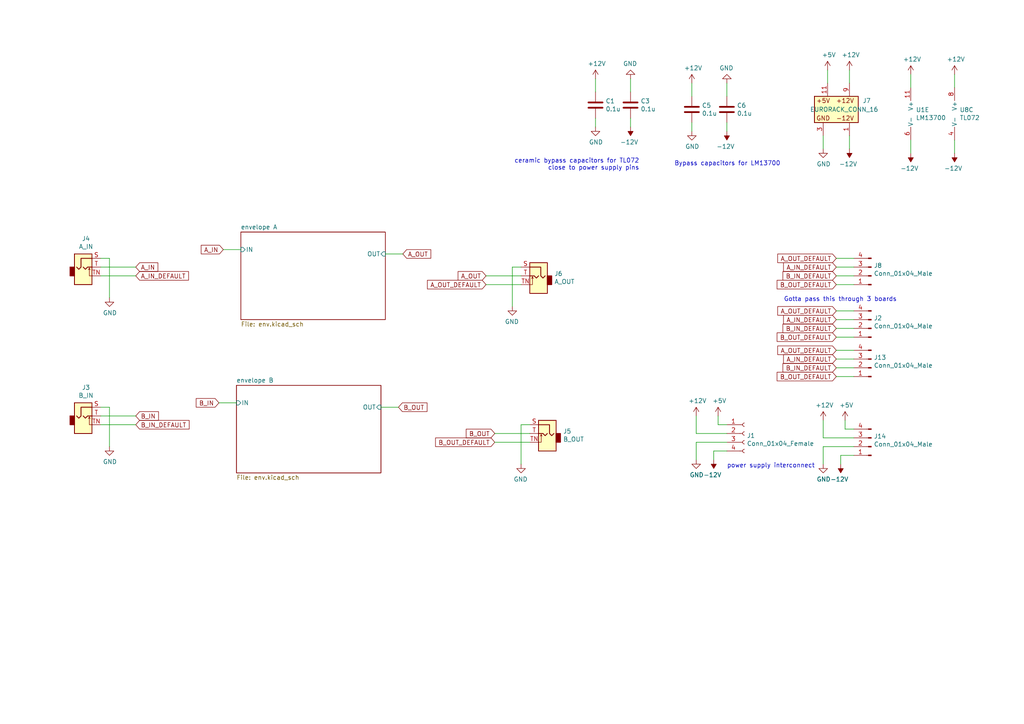
<source format=kicad_sch>
(kicad_sch (version 20211123) (generator eeschema)
  (paper "A4")
  (title_block (title "ADSR") (company "rabid.audio"))
  (lib_symbols
    (symbol "Amplifier_Operational:LM13700" (pin_names (offset 0.127))
      (property "Reference" "U" (at 3.81 5.08 0))
      (property "Value" "LM13700" (at 5.08 -5.08 0))
      (symbol "LM13700_1_1"
        (polyline (pts (xy 3.81 -0.635) (xy 3.81 -2.54) (xy 5.08 -2.54)))
        (polyline (pts (xy 5.08 0) (xy -5.08 -5.08) (xy -5.08 5.08) (xy 5.08 0)) (stroke (width 0.254)) (fill (type background)))
        (pin output line (at 7.62 0 180) (length 2.54) (name "~") (number "12"))
        (pin input line (at -7.62 2.54 0) (length 2.54) (name "-") (number "13"))
        (pin input line (at -7.62 -2.54 0) (length 2.54) (name "+") (number "14"))
        (pin input line (at -7.62 0 0) (length 2.54) (name "DIODE_BIAS") (number "15"))
        (pin input line (at 7.62 -2.54 180) (length 2.54) (name "~") (number "16"))
      )
      (symbol "LM13700_2_0"
        (polyline (pts (xy -1.905 2.54) (xy -3.175 2.54)))
      )
      (symbol "LM13700_2_1"
        (circle (center -2.54 1.905) (radius 0.254) (stroke (width 0.254)) (fill (type outline)))
        (polyline (pts (xy -3.81 -0.635) (xy -2.54 -1.27)))
        (polyline (pts (xy -3.81 1.27) (xy -3.81 -1.27)))
        (polyline (pts (xy -2.54 -1.905) (xy -1.27 -2.54)))
        (polyline (pts (xy -2.54 0) (xy -2.54 -2.54)))
        (polyline (pts (xy -3.81 0.635) (xy -2.54 1.27) (xy -2.54 1.905) (xy -2.54 2.54)))
        (polyline (pts (xy -2.54 -1.27) (xy -3.175 -0.635) (xy -3.175 -1.27) (xy -2.54 -1.27)) (fill (type outline)))
        (polyline (pts (xy -2.54 -0.635) (xy -1.27 0) (xy -1.27 1.905) (xy -2.54 1.905)))
        (polyline (pts (xy -1.27 -2.54) (xy -1.905 -1.905) (xy -1.905 -2.54) (xy -1.27 -2.54)) (fill (type outline)))
        (text "V+" (at -2.54 3.81 0) (effects (font (size 1.27 1.27))))
        (pin input line (at -7.62 0 0) (length 3.81) (name "~") (number "10"))
        (pin output line (at 2.54 -2.54 180) (length 3.81) (name "~") (number "9"))
      )
      (symbol "LM13700_3_1"
        (polyline (pts (xy 3.81 -0.635) (xy 3.81 -2.54) (xy 5.08 -2.54)))
        (polyline (pts (xy 5.08 0) (xy -5.08 -5.08) (xy -5.08 5.08) (xy 5.08 0)) (stroke (width 0.254)) (fill (type background)))
        (pin input line (at 7.62 -2.54 180) (length 2.54) (name "~") (number "1"))
        (pin input line (at -7.62 0 0) (length 2.54) (name "DIODE_BIAS") (number "2"))
        (pin input line (at -7.62 -2.54 0) (length 2.54) (name "+") (number "3"))
        (pin input line (at -7.62 2.54 0) (length 2.54) (name "-") (number "4"))
        (pin output line (at 7.62 0 180) (length 2.54) (name "~") (number "5"))
      )
      (symbol "LM13700_4_0"
        (polyline (pts (xy -3.175 2.54) (xy -1.905 2.54)))
        (text "V+" (at -2.54 3.81 0) (effects (font (size 1.27 1.27))))
      )
      (symbol "LM13700_4_1"
        (circle (center -2.54 1.905) (radius 0.254) (stroke (width 0.254)) (fill (type outline)))
        (polyline (pts (xy -3.81 -0.635) (xy -2.54 -1.27)))
        (polyline (pts (xy -3.81 1.27) (xy -3.81 -1.27)))
        (polyline (pts (xy -2.54 -1.905) (xy -1.27 -2.54)))
        (polyline (pts (xy -2.54 0) (xy -2.54 -2.54)))
        (polyline (pts (xy -3.81 0.635) (xy -2.54 1.27) (xy -2.54 2.54)))
        (polyline (pts (xy -2.54 -1.27) (xy -3.175 -0.635) (xy -3.175 -1.27) (xy -2.54 -1.27)) (fill (type outline)))
        (polyline (pts (xy -2.54 -0.635) (xy -1.27 0) (xy -1.27 1.905) (xy -2.54 1.905)))
        (polyline (pts (xy -1.27 -2.54) (xy -1.905 -1.905) (xy -1.905 -2.54) (xy -1.27 -2.54)) (fill (type outline)))
        (pin input line (at -7.62 0 0) (length 3.81) (name "~") (number "7"))
        (pin output line (at 2.54 -2.54 180) (length 3.81) (name "~") (number "8"))
      )
      (symbol "LM13700_5_1"
        (pin power_in line (at -2.54 7.62 270) (length 3.81) (name "V+") (number "11"))
        (pin power_in line (at -2.54 -7.62 90) (length 3.81) (name "V-") (number "6"))
      )
    )
    (symbol "Amplifier_Operational:TL072" (pin_names (offset 0.127))
      (property "Reference" "U" (at 0 5.08 0))
      (property "Value" "TL072" (at 0 -5.08 0))
      (symbol "TL072_1_1"
        (polyline (pts (xy -5.08 5.08) (xy 5.08 0) (xy -5.08 -5.08) (xy -5.08 5.08)) (stroke (width 0.254)) (fill (type background)))
        (pin output line (at 7.62 0 180) (length 2.54) (name "~") (number "1"))
        (pin input line (at -7.62 -2.54 0) (length 2.54) (name "-") (number "2"))
        (pin input line (at -7.62 2.54 0) (length 2.54) (name "+") (number "3"))
      )
      (symbol "TL072_2_1"
        (polyline (pts (xy -5.08 5.08) (xy 5.08 0) (xy -5.08 -5.08) (xy -5.08 5.08)) (stroke (width 0.254)) (fill (type background)))
        (pin input line (at -7.62 2.54 0) (length 2.54) (name "+") (number "5"))
        (pin input line (at -7.62 -2.54 0) (length 2.54) (name "-") (number "6"))
        (pin output line (at 7.62 0 180) (length 2.54) (name "~") (number "7"))
      )
      (symbol "TL072_3_1"
        (pin power_in line (at -2.54 -7.62 90) (length 3.81) (name "V-") (number "4"))
        (pin power_in line (at -2.54 7.62 270) (length 3.81) (name "V+") (number "8"))
      )
    )
    (symbol "Connector:AudioJack2_SwitchT"
      (property "Reference" "J" (at 0 8.89 0))
      (property "Value" "AudioJack2_SwitchT" (at 0 6.35 0))
      (symbol "AudioJack2_SwitchT_0_1"
        (rectangle (start -2.54 0) (end -3.81 -2.54) (stroke (width 0.254)) (fill (type outline)))
        (polyline (pts (xy 1.778 -0.254) (xy 2.032 -0.762)))
        (polyline (pts (xy 0 0) (xy 0.635 -0.635) (xy 1.27 0) (xy 2.54 0)) (stroke (width 0.254)))
        (polyline (pts (xy 2.54 -2.54) (xy 1.778 -2.54) (xy 1.778 -0.254) (xy 1.524 -0.762)))
        (polyline (pts (xy 2.54 2.54) (xy -0.635 2.54) (xy -0.635 0) (xy -1.27 -0.635) (xy -1.905 0)) (stroke (width 0.254)))
        (rectangle (start 2.54 3.81) (end -2.54 -5.08) (stroke (width 0.254)) (fill (type background)))
      )
      (symbol "AudioJack2_SwitchT_1_1"
        (pin passive line (at 5.08 2.54 180) (length 2.54) (name "~") (number "S"))
        (pin passive line (at 5.08 0 180) (length 2.54) (name "~") (number "T"))
        (pin passive line (at 5.08 -2.54 180) (length 2.54) (name "~") (number "TN"))
      )
    )
    (symbol "Connector:Conn_01x04_Female" (pin_names (offset 1.016) hide)
      (property "Reference" "J" (at 0 5.08 0))
      (property "Value" "Conn_01x04_Female" (at 0 -7.62 0))
      (symbol "Conn_01x04_Female_1_1"
        (arc (start 0 -4.572) (mid -0.508 -5.08) (end 0 -5.588) (stroke (width 0.1524)))
        (arc (start 0 -2.032) (mid -0.508 -2.54) (end 0 -3.048) (stroke (width 0.1524)))
        (polyline (pts (xy -1.27 -5.08) (xy -0.508 -5.08)) (stroke (width 0.1524)))
        (polyline (pts (xy -1.27 -2.54) (xy -0.508 -2.54)) (stroke (width 0.1524)))
        (polyline (pts (xy -1.27 0) (xy -0.508 0)) (stroke (width 0.1524)))
        (polyline (pts (xy -1.27 2.54) (xy -0.508 2.54)) (stroke (width 0.1524)))
        (arc (start 0 0.508) (mid -0.508 0) (end 0 -0.508) (stroke (width 0.1524)))
        (arc (start 0 3.048) (mid -0.508 2.54) (end 0 2.032) (stroke (width 0.1524)))
        (pin passive line (at -5.08 2.54 0) (length 3.81) (name "Pin_1") (number "1"))
        (pin passive line (at -5.08 0 0) (length 3.81) (name "Pin_2") (number "2"))
        (pin passive line (at -5.08 -2.54 0) (length 3.81) (name "Pin_3") (number "3"))
        (pin passive line (at -5.08 -5.08 0) (length 3.81) (name "Pin_4") (number "4"))
      )
    )
    (symbol "Connector:Conn_01x04_Male" (pin_names (offset 1.016) hide)
      (property "Reference" "J" (at 0 5.08 0))
      (property "Value" "Conn_01x04_Male" (at 0 -7.62 0))
      (symbol "Conn_01x04_Male_1_1"
        (polyline (pts (xy 1.27 -5.08) (xy 0.8636 -5.08)) (stroke (width 0.1524)))
        (polyline (pts (xy 1.27 -2.54) (xy 0.8636 -2.54)) (stroke (width 0.1524)))
        (polyline (pts (xy 1.27 0) (xy 0.8636 0)) (stroke (width 0.1524)))
        (polyline (pts (xy 1.27 2.54) (xy 0.8636 2.54)) (stroke (width 0.1524)))
        (rectangle (start 0.8636 -4.953) (end 0 -5.207) (stroke (width 0.1524)) (fill (type outline)))
        (rectangle (start 0.8636 -2.413) (end 0 -2.667) (stroke (width 0.1524)) (fill (type outline)))
        (rectangle (start 0.8636 0.127) (end 0 -0.127) (stroke (width 0.1524)) (fill (type outline)))
        (rectangle (start 0.8636 2.667) (end 0 2.413) (stroke (width 0.1524)) (fill (type outline)))
        (pin passive line (at 5.08 2.54 180) (length 3.81) (name "Pin_1") (number "1"))
        (pin passive line (at 5.08 0 180) (length 3.81) (name "Pin_2") (number "2"))
        (pin passive line (at 5.08 -2.54 180) (length 3.81) (name "Pin_3") (number "3"))
        (pin passive line (at 5.08 -5.08 180) (length 3.81) (name "Pin_4") (number "4"))
      )
    )
    (symbol "Device:C" (pin_numbers hide) (pin_names (offset 0.254))
      (property "Reference" "C" (at 0.635 2.54 0))
      (property "Value" "C" (at 0.635 -2.54 0))
      (symbol "C_0_1"
        (polyline (pts (xy -2.032 -0.762) (xy 2.032 -0.762)) (stroke (width 0.508)))
        (polyline (pts (xy -2.032 0.762) (xy 2.032 0.762)) (stroke (width 0.508)))
      )
      (symbol "C_1_1"
        (pin passive line (at 0 3.81 270) (length 2.794) (name "~") (number "1"))
        (pin passive line (at 0 -3.81 90) (length 2.794) (name "~") (number "2"))
      )
    )
    (symbol "power:+12V" (power) (pin_names (offset 0))
      (property "Value" "+12V" (at 0 3.556 0))
      (symbol "+12V_0_1"
        (polyline (pts (xy -0.762 1.27) (xy 0 2.54)))
        (polyline (pts (xy 0 0) (xy 0 2.54)))
        (polyline (pts (xy 0 2.54) (xy 0.762 1.27)))
      )
      (symbol "+12V_1_1"
        (pin power_in line (at 0 0 90) (length 0) hide (name "+12V") (number "1"))
      )
    )
    (symbol "power:+5V" (power) (pin_names (offset 0))
      (property "Value" "+5V" (at 0 3.556 0))
      (symbol "+5V_0_1"
        (polyline (pts (xy -0.762 1.27) (xy 0 2.54)))
        (polyline (pts (xy 0 0) (xy 0 2.54)))
        (polyline (pts (xy 0 2.54) (xy 0.762 1.27)))
      )
      (symbol "+5V_1_1"
        (pin power_in line (at 0 0 90) (length 0) hide (name "+5V") (number "1"))
      )
    )
    (symbol "power:-12V" (power) (pin_names (offset 0))
      (property "Value" "-12V" (at 0 3.81 0))
      (symbol "-12V_0_0"
        (pin power_in line (at 0 0 90) (length 0) hide (name "-12V") (number "1"))
      )
      (symbol "-12V_0_1"
        (polyline (pts (xy 0 0) (xy 0 1.27) (xy 0.762 1.27) (xy 0 2.54) (xy -0.762 1.27) (xy 0 1.27)) (fill (type outline)))
      )
    )
    (symbol "power:GND" (power) (pin_names (offset 0))
      (property "Value" "GND" (at 0 -3.81 0))
      (symbol "GND_0_1"
        (polyline (pts (xy 0 0) (xy 0 -1.27) (xy 1.27 -1.27) (xy 0 -2.54) (xy -1.27 -1.27) (xy 0 -1.27)))
      )
      (symbol "GND_1_1"
        (pin power_in line (at 0 0 270) (length 0) hide (name "GND") (number "1"))
      )
    )
    (symbol "synth:EURORACK_CONN_16" (pin_names (offset 1.016) hide)
      (property "Reference" "J" (at -11.43 3.81 0))
      (property "Value" "EURORACK_CONN_16" (at -1.27 -1.27 0))
      (symbol "EURORACK_CONN_16_0_0"
        (text "+12V" (at -2.54 1.27 0) (effects (font (size 1.27 1.27))))
        (text "+5V" (at -8.89 1.27 0) (effects (font (size 1.27 1.27))))
        (text "-12V" (at -2.54 -3.81 0) (effects (font (size 1.27 1.27))))
        (text "GND" (at -8.89 -3.81 0) (effects (font (size 1.27 1.27))))
      )
      (symbol "EURORACK_CONN_16_1_1"
        (rectangle (start 1.27 2.54) (end -11.43 -5.08) (stroke (width 0.254)) (fill (type background)))
        (pin power_out line (at -1.27 -8.89 90) (length 3.81) (name "12V_N") (number "1"))
        (pin power_out line (at -7.62 6.35 270) (length 3.81) (name "5V") (number "11"))
        (pin no_connect line (at -15.24 -2.54 0) (length 3.81) hide (name "CV") (number "13"))
        (pin no_connect line (at -15.24 0 0) (length 3.81) hide (name "GATE") (number "15"))
        (pin power_out line (at -8.89 -8.89 90) (length 3.81) (name "GND") (number "3"))
        (pin power_out line (at -1.27 6.35 270) (length 3.81) (name "12V_P") (number "9"))
      )
    )
  )
  (wire (pts (xy 247.65 74.93) (xy 242.57 74.93)))
  (wire (pts (xy 148.59 77.47) (xy 148.59 88.9)))
  (wire (pts (xy 39.37 80.01) (xy 29.21 80.01)))
  (wire (pts (xy 247.65 80.01) (xy 242.57 80.01)))
  (wire (pts (xy 210.82 38.1) (xy 210.82 35.56)))
  (wire (pts (xy 207.01 130.81) (xy 210.82 130.81)))
  (wire (pts (xy 276.86 25.4) (xy 276.86 21.59)))
  (wire (pts (xy 143.51 128.27) (xy 153.67 128.27)))
  (wire (pts (xy 182.88 36.83) (xy 182.88 34.29)))
  (wire (pts (xy 276.86 44.45) (xy 276.86 40.64)))
  (wire (pts (xy 200.66 38.1) (xy 200.66 35.56)))
  (wire (pts (xy 247.65 95.25) (xy 242.57 95.25)))
  (wire (pts (xy 39.37 120.65) (xy 29.21 120.65)))
  (wire (pts (xy 201.93 128.27) (xy 210.82 128.27)))
  (wire (pts (xy 182.88 26.67) (xy 182.88 22.86)))
  (wire (pts (xy 200.66 27.94) (xy 200.66 24.13)))
  (wire (pts (xy 115.57 118.11) (xy 110.49 118.11)))
  (wire (pts (xy 153.67 123.19) (xy 151.13 123.19)))
  (wire (pts (xy 172.72 26.67) (xy 172.72 22.86)))
  (wire (pts (xy 207.01 133.35) (xy 207.01 130.81)))
  (wire (pts (xy 201.93 133.35) (xy 201.93 128.27)))
  (wire (pts (xy 247.65 101.6) (xy 242.57 101.6)))
  (wire (pts (xy 245.11 124.46) (xy 247.65 124.46)))
  (wire (pts (xy 246.38 39.37) (xy 246.38 43.18)))
  (wire (pts (xy 243.84 134.62) (xy 243.84 132.08)))
  (wire (pts (xy 264.16 44.45) (xy 264.16 40.64)))
  (wire (pts (xy 242.57 97.79) (xy 247.65 97.79)))
  (wire (pts (xy 201.93 125.73) (xy 201.93 120.65)))
  (wire (pts (xy 242.57 109.22) (xy 247.65 109.22)))
  (wire (pts (xy 151.13 123.19) (xy 151.13 134.62)))
  (wire (pts (xy 246.38 20.32) (xy 246.38 24.13)))
  (wire (pts (xy 140.97 82.55) (xy 151.13 82.55)))
  (wire (pts (xy 31.75 74.93) (xy 31.75 86.36)))
  (wire (pts (xy 39.37 123.19) (xy 29.21 123.19)))
  (wire (pts (xy 243.84 132.08) (xy 247.65 132.08)))
  (wire (pts (xy 143.51 125.73) (xy 153.67 125.73)))
  (wire (pts (xy 238.76 134.62) (xy 238.76 129.54)))
  (wire (pts (xy 240.03 20.32) (xy 240.03 24.13)))
  (wire (pts (xy 64.77 72.39) (xy 69.85 72.39)))
  (wire (pts (xy 238.76 39.37) (xy 238.76 43.18)))
  (wire (pts (xy 208.28 120.65) (xy 208.28 123.19)))
  (wire (pts (xy 31.75 118.11) (xy 31.75 129.54)))
  (wire (pts (xy 210.82 125.73) (xy 201.93 125.73)))
  (wire (pts (xy 242.57 77.47) (xy 247.65 77.47)))
  (wire (pts (xy 245.11 121.92) (xy 245.11 124.46)))
  (wire (pts (xy 247.65 106.68) (xy 242.57 106.68)))
  (wire (pts (xy 39.37 77.47) (xy 29.21 77.47)))
  (wire (pts (xy 238.76 129.54) (xy 247.65 129.54)))
  (wire (pts (xy 238.76 127) (xy 238.76 121.92)))
  (wire (pts (xy 247.65 90.17) (xy 242.57 90.17)))
  (wire (pts (xy 208.28 123.19) (xy 210.82 123.19)))
  (wire (pts (xy 242.57 104.14) (xy 247.65 104.14)))
  (wire (pts (xy 29.21 74.93) (xy 31.75 74.93)))
  (wire (pts (xy 242.57 92.71) (xy 247.65 92.71)))
  (wire (pts (xy 116.84 73.66) (xy 111.76 73.66)))
  (wire (pts (xy 242.57 82.55) (xy 247.65 82.55)))
  (wire (pts (xy 151.13 77.47) (xy 148.59 77.47)))
  (wire (pts (xy 29.21 118.11) (xy 31.75 118.11)))
  (wire (pts (xy 172.72 36.83) (xy 172.72 34.29)))
  (wire (pts (xy 264.16 25.4) (xy 264.16 21.59)))
  (wire (pts (xy 210.82 27.94) (xy 210.82 24.13)))
  (wire (pts (xy 140.97 80.01) (xy 151.13 80.01)))
  (wire (pts (xy 247.65 127) (xy 238.76 127)))
  (wire (pts (xy 63.5 116.84) (xy 68.58 116.84)))
  (text "Gotta pass this through 3 boards" (at 227.33 87.63 0) (effects (font (size 1.27 1.27)) (justify left bottom)))
  (text "Bypass capacitors for LM13700" (at 195.58 48.26 0) (effects (font (size 1.27 1.27)) (justify left bottom)))
  (text "power supply interconnect" (at 210.82 135.89 0) (effects (font (size 1.27 1.27)) (justify left bottom)))
  (text "ceramic bypass capacitors for TL072\nclose to power supply pins" (at 185.42 49.53 180) (effects (font (size 1.27 1.27)) (justify right bottom)))
  (global_label "B_IN_DEFAULT" (shape input) (at 242.57 80.01 180) (property "Intersheet References" "${INTERSHEET_REFS}" (effects hide)))
  (global_label "B_IN" (shape input) (at 39.37 120.65 0) (property "Intersheet References" "${INTERSHEET_REFS}" (effects hide)))
  (global_label "A_OUT_DEFAULT" (shape input) (at 140.97 82.55 180) (property "Intersheet References" "${INTERSHEET_REFS}" (effects hide)))
  (global_label "B_OUT" (shape input) (at 115.57 118.11 0) (property "Intersheet References" "${INTERSHEET_REFS}" (effects hide)))
  (global_label "B_OUT_DEFAULT" (shape input) (at 143.51 128.27 180) (property "Intersheet References" "${INTERSHEET_REFS}" (effects hide)))
  (global_label "B_OUT" (shape input) (at 143.51 125.73 180) (property "Intersheet References" "${INTERSHEET_REFS}" (effects hide)))
  (global_label "A_IN_DEFAULT" (shape input) (at 242.57 104.14 180) (property "Intersheet References" "${INTERSHEET_REFS}" (effects hide)))
  (global_label "A_IN" (shape input) (at 39.37 77.47 0) (property "Intersheet References" "${INTERSHEET_REFS}" (effects hide)))
  (global_label "A_IN" (shape input) (at 64.77 72.39 180) (property "Intersheet References" "${INTERSHEET_REFS}" (effects hide)))
  (global_label "A_OUT" (shape input) (at 116.84 73.66 0) (property "Intersheet References" "${INTERSHEET_REFS}" (effects hide)))
  (global_label "B_IN_DEFAULT" (shape input) (at 39.37 123.19 0) (property "Intersheet References" "${INTERSHEET_REFS}" (effects hide)))
  (global_label "B_IN_DEFAULT" (shape input) (at 242.57 95.25 180) (property "Intersheet References" "${INTERSHEET_REFS}" (effects hide)))
  (global_label "A_IN_DEFAULT" (shape input) (at 242.57 92.71 180) (property "Intersheet References" "${INTERSHEET_REFS}" (effects hide)))
  (global_label "A_IN_DEFAULT" (shape input) (at 39.37 80.01 0) (property "Intersheet References" "${INTERSHEET_REFS}" (effects hide)))
  (global_label "A_OUT_DEFAULT" (shape input) (at 242.57 74.93 180) (property "Intersheet References" "${INTERSHEET_REFS}" (effects hide)))
  (global_label "B_IN" (shape input) (at 63.5 116.84 180) (property "Intersheet References" "${INTERSHEET_REFS}" (effects hide)))
  (global_label "A_OUT_DEFAULT" (shape input) (at 242.57 90.17 180) (property "Intersheet References" "${INTERSHEET_REFS}" (effects hide)))
  (global_label "A_IN_DEFAULT" (shape input) (at 242.57 77.47 180) (property "Intersheet References" "${INTERSHEET_REFS}" (effects hide)))
  (global_label "B_OUT_DEFAULT" (shape input) (at 242.57 97.79 180) (property "Intersheet References" "${INTERSHEET_REFS}" (effects hide)))
  (global_label "A_OUT" (shape input) (at 140.97 80.01 180) (property "Intersheet References" "${INTERSHEET_REFS}" (effects hide)))
  (global_label "B_OUT_DEFAULT" (shape input) (at 242.57 109.22 180) (property "Intersheet References" "${INTERSHEET_REFS}" (effects hide)))
  (global_label "A_OUT_DEFAULT" (shape input) (at 242.57 101.6 180) (property "Intersheet References" "${INTERSHEET_REFS}" (effects hide)))
  (global_label "B_OUT_DEFAULT" (shape input) (at 242.57 82.55 180) (property "Intersheet References" "${INTERSHEET_REFS}" (effects hide)))
  (global_label "B_IN_DEFAULT" (shape input) (at 242.57 106.68 180) (property "Intersheet References" "${INTERSHEET_REFS}" (effects hide)))
  (symbol (lib_id "power:+12V") (at 246.38 20.32 0) (unit 1)
    (property "Reference" "#PWR09" (effects hide))
    (property "Value" "+12V" (at 246.761 15.9258 0))
  )
  (symbol (lib_id "power:-12V") (at 246.38 43.18 180) (unit 1)
    (property "Reference" "#PWR010" (effects hide))
    (property "Value" "-12V" (at 245.999 47.5742 0))
  )
  (symbol (lib_id "power:GND") (at 238.76 43.18 0) (unit 1)
    (property "Reference" "#PWR07" (effects hide))
    (property "Value" "GND" (at 238.887 47.5742 0))
  )
  (symbol (lib_id "Amplifier_Operational:LM13700") (at 266.7 33.02 0) (unit 5)
    (property "Reference" "U1" (at 265.6332 31.8516 0) (effects (justify left)))
    (property "Value" "LM13700" (at 265.6332 34.163 0) (effects (justify left)))
    (property "Footprint" "Package_DIP:DIP-16_W7.62mm" (effects hide))
    (property "Datasheet" "http://www.ti.com/lit/ds/symlink/lm13700.pdf" (effects hide))
  )
  (symbol (lib_id "power:+12V") (at 264.16 21.59 0) (unit 1)
    (property "Reference" "#PWR011" (effects hide))
    (property "Value" "+12V" (at 264.541 17.1958 0))
  )
  (symbol (lib_id "power:-12V") (at 264.16 44.45 180) (unit 1)
    (property "Reference" "#PWR012" (effects hide))
    (property "Value" "-12V" (at 263.779 48.8442 0))
  )
  (symbol (lib_id "power:GND") (at 31.75 86.36 0) (unit 1)
    (property "Reference" "#PWR04" (effects hide))
    (property "Value" "GND" (at 31.877 90.7542 0))
  )
  (symbol (lib_id "power:GND") (at 148.59 88.9 0) (mirror y) (unit 1)
    (property "Reference" "#PWR06" (effects hide))
    (property "Value" "GND" (at 148.463 93.2942 0))
  )
  (symbol (lib_id "synth:EURORACK_CONN_16") (at 247.65 30.48 0) (unit 1)
    (property "Reference" "J7" (at 250.19 29.21 0) (effects (justify left)))
    (property "Value" "EURORACK_CONN_16" (at 234.95 31.75 0) (effects (justify left)))
    (property "Footprint" "synth:EURORACK_16_IDC" (effects hide))
    (property "Datasheet" "https://division-6.com/learn/eurorack-power/" (effects hide))
  )
  (symbol (lib_id "power:+5V") (at 240.03 20.32 0) (unit 1)
    (property "Reference" "#PWR08" (effects hide))
    (property "Value" "+5V" (at 240.411 15.9258 0))
  )
  (symbol (lib_id "power:GND") (at 31.75 129.54 0) (unit 1)
    (property "Reference" "#PWR03" (effects hide))
    (property "Value" "GND" (at 31.877 133.9342 0))
  )
  (symbol (lib_id "power:GND") (at 151.13 134.62 0) (mirror y) (unit 1)
    (property "Reference" "#PWR05" (effects hide))
    (property "Value" "GND" (at 151.003 139.0142 0))
  )
  (symbol (lib_id "Connector:Conn_01x04_Male") (at 252.73 80.01 180) (unit 1)
    (property "Reference" "J8" (at 253.4412 77.0128 0) (effects (justify right)))
    (property "Value" "Conn_01x04_Male" (at 253.4412 79.3242 0) (effects (justify right)))
    (property "Footprint" "Connector_PinHeader_2.54mm:PinHeader_1x04_P2.54mm_Vertical" (effects hide))
  )
  (symbol (lib_id "Connector:AudioJack2_SwitchT") (at 24.13 77.47 0) (unit 1)
    (property "Reference" "J4" (at 24.9428 69.215 0))
    (property "Value" "A_IN" (at 24.9428 71.5264 0))
    (property "Footprint" "synth:Jack_3.5mm_QingPu_WQP-PJ398SM_Vertical_CircularHoles" (effects hide))
  )
  (symbol (lib_id "Connector:AudioJack2_SwitchT") (at 24.13 120.65 0) (unit 1)
    (property "Reference" "J3" (at 24.9428 112.395 0))
    (property "Value" "B_IN" (at 24.9428 114.7064 0))
    (property "Footprint" "synth:Jack_3.5mm_QingPu_WQP-PJ398SM_Vertical_CircularHoles" (effects hide))
  )
  (symbol (lib_id "Connector:AudioJack2_SwitchT") (at 156.21 80.01 0) (mirror y) (unit 1)
    (property "Reference" "J6" (at 160.782 79.375 0) (effects (justify right)))
    (property "Value" "A_OUT" (at 160.782 81.6864 0) (effects (justify right)))
    (property "Footprint" "synth:Jack_3.5mm_QingPu_WQP-PJ398SM_Vertical_CircularHoles" (effects hide))
  )
  (symbol (lib_id "Connector:AudioJack2_SwitchT") (at 158.75 125.73 0) (mirror y) (unit 1)
    (property "Reference" "J5" (at 163.322 125.095 0) (effects (justify right)))
    (property "Value" "B_OUT" (at 163.322 127.4064 0) (effects (justify right)))
    (property "Footprint" "synth:Jack_3.5mm_QingPu_WQP-PJ398SM_Vertical_CircularHoles" (effects hide))
  )
  (symbol (lib_id "Device:C") (at 210.82 31.75 0) (unit 1)
    (property "Reference" "C6" (at 213.741 30.5816 0) (effects (justify left)))
    (property "Value" "0.1u" (at 213.741 32.893 0) (effects (justify left)))
    (property "Footprint" "Capacitor_SMD:C_1206_3216Metric_Pad1.42x1.75mm_HandSolder" (effects hide))
  )
  (symbol (lib_id "power:-12V") (at 210.82 38.1 180) (unit 1)
    (property "Reference" "#PWR0101" (effects hide))
    (property "Value" "-12V" (at 210.439 42.4942 0))
  )
  (symbol (lib_id "power:GND") (at 210.82 24.13 180) (unit 1)
    (property "Reference" "#PWR0102" (effects hide))
    (property "Value" "GND" (at 210.693 19.7358 0))
  )
  (symbol (lib_id "power:+12V") (at 200.66 24.13 0) (unit 1)
    (property "Reference" "#PWR0103" (effects hide))
    (property "Value" "+12V" (at 201.041 19.7358 0))
  )
  (symbol (lib_id "Device:C") (at 200.66 31.75 0) (unit 1)
    (property "Reference" "C5" (at 203.581 30.5816 0) (effects (justify left)))
    (property "Value" "0.1u" (at 203.581 32.893 0) (effects (justify left)))
    (property "Footprint" "Capacitor_SMD:C_1206_3216Metric_Pad1.42x1.75mm_HandSolder" (effects hide))
  )
  (symbol (lib_id "power:GND") (at 200.66 38.1 0) (unit 1)
    (property "Reference" "#PWR0104" (effects hide))
    (property "Value" "GND" (at 200.787 42.4942 0))
  )
  (symbol (lib_id "Amplifier_Operational:TL072") (at 279.4 33.02 0) (unit 3)
    (property "Reference" "U8" (at 278.3332 31.8516 0) (effects (justify left)))
    (property "Value" "TL072" (at 278.3332 34.163 0) (effects (justify left)))
    (property "Footprint" "Package_DIP:DIP-8_W7.62mm" (effects hide))
    (property "Datasheet" "http://www.ti.com/lit/ds/symlink/tl071.pdf" (effects hide))
  )
  (symbol (lib_id "power:+12V") (at 276.86 21.59 0) (unit 1)
    (property "Reference" "#PWR01" (effects hide))
    (property "Value" "+12V" (at 277.241 17.1958 0))
  )
  (symbol (lib_id "power:-12V") (at 276.86 44.45 180) (unit 1)
    (property "Reference" "#PWR02" (effects hide))
    (property "Value" "-12V" (at 276.479 48.8442 0))
  )
  (symbol (lib_id "Connector:Conn_01x04_Male") (at 252.73 95.25 180) (unit 1)
    (property "Reference" "J2" (at 253.4412 92.2528 0) (effects (justify right)))
    (property "Value" "Conn_01x04_Male" (at 253.4412 94.5642 0) (effects (justify right)))
    (property "Footprint" "Connector_PinHeader_2.54mm:PinHeader_1x04_P2.54mm_Vertical" (effects hide))
  )
  (symbol (lib_id "Connector:Conn_01x04_Male") (at 252.73 106.68 180) (unit 1)
    (property "Reference" "J13" (at 253.4412 103.6828 0) (effects (justify right)))
    (property "Value" "Conn_01x04_Male" (at 253.4412 105.9942 0) (effects (justify right)))
    (property "Footprint" "Connector_PinHeader_2.54mm:PinHeader_1x04_P2.54mm_Vertical" (effects hide))
  )
  (symbol (lib_id "Connector:Conn_01x04_Male") (at 252.73 129.54 180) (unit 1)
    (property "Reference" "J14" (at 253.4412 126.5428 0) (effects (justify right)))
    (property "Value" "Conn_01x04_Male" (at 253.4412 128.8542 0) (effects (justify right)))
    (property "Footprint" "Connector_PinHeader_2.54mm:PinHeader_1x04_P2.54mm_Vertical" (effects hide))
  )
  (symbol (lib_id "power:+12V") (at 238.76 121.92 0) (unit 1)
    (property "Reference" "#PWR070" (effects hide))
    (property "Value" "+12V" (at 239.141 117.5258 0))
  )
  (symbol (lib_id "power:+5V") (at 245.11 121.92 0) (unit 1)
    (property "Reference" "#PWR067" (effects hide))
    (property "Value" "+5V" (at 245.491 117.5258 0))
  )
  (symbol (lib_id "power:GND") (at 238.76 134.62 0) (unit 1)
    (property "Reference" "#PWR068" (effects hide))
    (property "Value" "GND" (at 238.887 139.0142 0))
  )
  (symbol (lib_id "power:-12V") (at 243.84 134.62 180) (unit 1)
    (property "Reference" "#PWR069" (effects hide))
    (property "Value" "-12V" (at 243.459 139.0142 0))
  )
  (symbol (lib_id "power:+12V") (at 201.93 120.65 0) (unit 1)
    (property "Reference" "#PWR066" (effects hide))
    (property "Value" "+12V" (at 202.311 116.2558 0))
  )
  (symbol (lib_id "power:+5V") (at 208.28 120.65 0) (unit 1)
    (property "Reference" "#PWR020" (effects hide))
    (property "Value" "+5V" (at 208.661 116.2558 0))
  )
  (symbol (lib_id "power:GND") (at 201.93 133.35 0) (unit 1)
    (property "Reference" "#PWR039" (effects hide))
    (property "Value" "GND" (at 202.057 137.7442 0))
  )
  (symbol (lib_id "power:-12V") (at 207.01 133.35 180) (unit 1)
    (property "Reference" "#PWR065" (effects hide))
    (property "Value" "-12V" (at 206.629 137.7442 0))
  )
  (symbol (lib_id "Connector:Conn_01x04_Female") (at 215.9 125.73 0) (unit 1)
    (property "Reference" "J1" (at 216.6112 126.3396 0) (effects (justify left)))
    (property "Value" "Conn_01x04_Female" (at 216.6112 128.651 0) (effects (justify left)))
    (property "Footprint" "Connector_PinHeader_2.54mm:PinHeader_1x04_P2.54mm_Vertical" (effects hide))
  )
  (symbol (lib_id "Device:C") (at 182.88 30.48 0) (unit 1)
    (property "Reference" "C3" (at 185.801 29.3116 0) (effects (justify left)))
    (property "Value" "0.1u" (at 185.801 31.623 0) (effects (justify left)))
    (property "Footprint" "Capacitor_SMD:C_1206_3216Metric_Pad1.42x1.75mm_HandSolder" (effects hide))
  )
  (symbol (lib_id "power:-12V") (at 182.88 36.83 180) (unit 1)
    (property "Reference" "#PWR074" (effects hide))
    (property "Value" "-12V" (at 182.499 41.2242 0))
  )
  (symbol (lib_id "power:GND") (at 182.88 22.86 180) (unit 1)
    (property "Reference" "#PWR073" (effects hide))
    (property "Value" "GND" (at 182.753 18.4658 0))
  )
  (symbol (lib_id "power:+12V") (at 172.72 22.86 0) (unit 1)
    (property "Reference" "#PWR071" (effects hide))
    (property "Value" "+12V" (at 173.101 18.4658 0))
  )
  (symbol (lib_id "Device:C") (at 172.72 30.48 0) (unit 1)
    (property "Reference" "C1" (at 175.641 29.3116 0) (effects (justify left)))
    (property "Value" "0.1u" (at 175.641 31.623 0) (effects (justify left)))
    (property "Footprint" "Capacitor_SMD:C_1206_3216Metric_Pad1.42x1.75mm_HandSolder" (effects hide))
  )
  (symbol (lib_id "power:GND") (at 172.72 36.83 0) (unit 1)
    (property "Reference" "#PWR072" (effects hide))
    (property "Value" "GND" (at 172.847 41.2242 0))
  )
  (sheet (at 69.85 67.31) (size 41.91 25.4)
    (property "Sheet name" "envelope A" (at 69.85 66.5984 0) (effects (justify left bottom)))
    (property "Sheet file" "env.kicad_sch" (at 69.85 93.2946 0) (effects (justify left top)))
    (pin "IN" input (at 69.85 72.39 180))
    (pin "OUT" input (at 111.76 73.66 0))
  )
  (sheet (at 68.58 111.76) (size 41.91 25.4)
    (property "Sheet name" "envelope B" (at 68.58 111.0484 0) (effects (justify left bottom)))
    (property "Sheet file" "env.kicad_sch" (at 68.58 137.7446 0) (effects (justify left top)))
    (pin "IN" input (at 68.58 116.84 180))
    (pin "OUT" input (at 110.49 118.11 0))
  )
)
</source>
